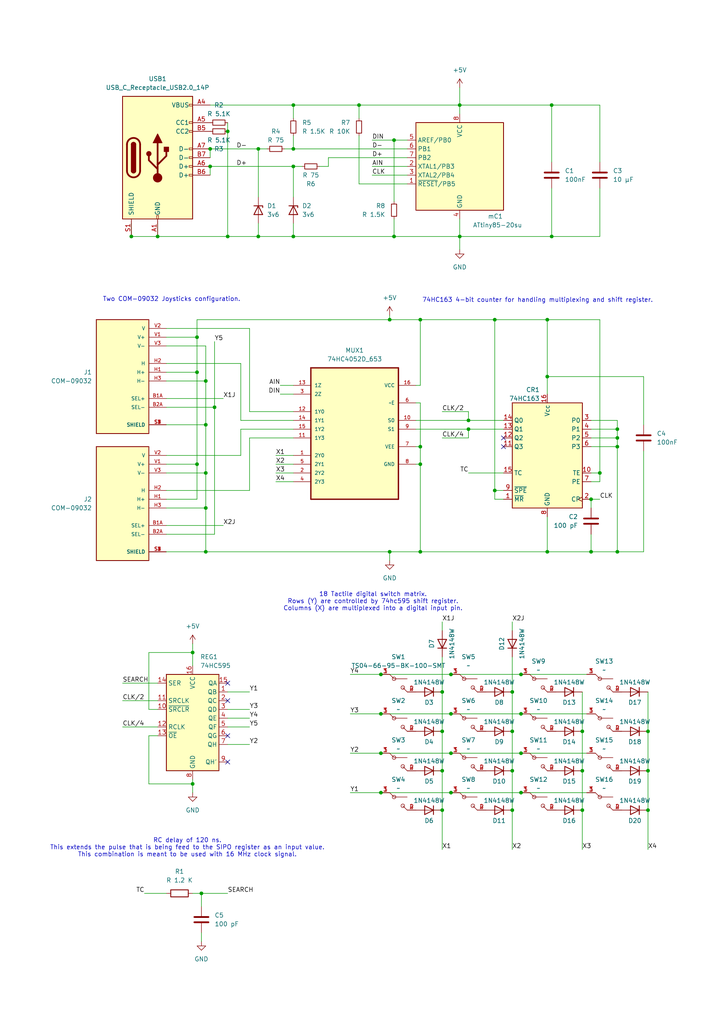
<source format=kicad_sch>
(kicad_sch (version 20231120) (generator "eeschema") (generator_version "8.0")
  (paper "A4" portrait)
  (title_block (title "Open GamePad Controller Scheme"))
  (lib_symbols
    (symbol "74HC4052D_653_NIX:74HC4052D_653" (pin_names (offset 1.016))
      (property "Reference" "U" (at -5.3667 17.8803 0))
      (property "Value" "74HC4052D_653" (at -4.3439 -27.359 0))
      (symbol "74HC4052D_653_0_0"
        (pin bidirectional line (at 17.78 -10.16 180) (length 5.08) (name "2Y0") (number "1"))
        (pin input line (at -17.78 0 0) (length 5.08) (name "S0") (number "10"))
        (pin bidirectional line (at 17.78 -5.08 180) (length 5.08) (name "1Y3") (number "11"))
        (pin bidirectional line (at 17.78 2.54 180) (length 5.08) (name "1Y0") (number "12"))
        (pin bidirectional line (at 17.78 10.16 180) (length 5.08) (name "1Z") (number "13"))
        (pin bidirectional line (at 17.78 0 180) (length 5.08) (name "1Y1") (number "14"))
        (pin bidirectional line (at 17.78 -2.54 180) (length 5.08) (name "1Y2") (number "15"))
        (pin power_in line (at -17.78 10.16 0) (length 5.08) (name "VCC") (number "16"))
        (pin bidirectional line (at 17.78 -15.24 180) (length 5.08) (name "2Y2") (number "2"))
        (pin bidirectional line (at 17.78 7.62 180) (length 5.08) (name "2Z") (number "3"))
        (pin bidirectional line (at 17.78 -17.78 180) (length 5.08) (name "2Y3") (number "4"))
        (pin bidirectional line (at 17.78 -12.7 180) (length 5.08) (name "2Y1") (number "5"))
        (pin input line (at -17.78 5.08 0) (length 5.08) (name "~E") (number "6"))
        (pin power_in line (at -17.78 -7.62 0) (length 5.08) (name "VEE") (number "7"))
        (pin passive line (at -17.78 -12.7 0) (length 5.08) (name "GND") (number "8"))
        (pin input line (at -17.78 -2.54 0) (length 5.08) (name "S1") (number "9"))
      )
    )
    (symbol "74xx:74HC595"
      (property "Reference" "U" (at -7.62 13.97 0))
      (property "Value" "74HC595" (at -7.62 -16.51 0))
      (symbol "74HC595_1_0"
        (pin tri_state line (at 10.16 7.62 180) (length 2.54) (name "QB") (number "1"))
        (pin input line (at -10.16 2.54 0) (length 2.54) (name "~{SRCLR}") (number "10"))
        (pin input line (at -10.16 5.08 0) (length 2.54) (name "SRCLK") (number "11"))
        (pin input line (at -10.16 -2.54 0) (length 2.54) (name "RCLK") (number "12"))
        (pin input line (at -10.16 -5.08 0) (length 2.54) (name "~{OE}") (number "13"))
        (pin input line (at -10.16 10.16 0) (length 2.54) (name "SER") (number "14"))
        (pin tri_state line (at 10.16 10.16 180) (length 2.54) (name "QA") (number "15"))
        (pin power_in line (at 0 15.24 270) (length 2.54) (name "VCC") (number "16"))
        (pin tri_state line (at 10.16 5.08 180) (length 2.54) (name "QC") (number "2"))
        (pin tri_state line (at 10.16 2.54 180) (length 2.54) (name "QD") (number "3"))
        (pin tri_state line (at 10.16 0 180) (length 2.54) (name "QE") (number "4"))
        (pin tri_state line (at 10.16 -2.54 180) (length 2.54) (name "QF") (number "5"))
        (pin tri_state line (at 10.16 -5.08 180) (length 2.54) (name "QG") (number "6"))
        (pin tri_state line (at 10.16 -7.62 180) (length 2.54) (name "QH") (number "7"))
        (pin power_in line (at 0 -17.78 90) (length 2.54) (name "GND") (number "8"))
        (pin output line (at 10.16 -12.7 180) (length 2.54) (name "QH'") (number "9"))
      )
    )
    (symbol "COM-09032:COM-09032" (pin_names (offset 1.016))
      (property "Reference" "U" (at -7.62 16.002 0))
      (property "Value" "COM-09032" (at -7.62 -20.32 0))
      (symbol "COM-09032_0_0"
        (pin passive line (at -12.7 -7.62 0) (length 5.08) (name "SEL+") (number "B1A"))
        (pin passive line (at -12.7 -10.16 0) (length 5.08) (name "SEL-") (number "B2A"))
        (pin passive line (at -12.7 0 0) (length 5.08) (name "H+") (number "H1"))
        (pin passive line (at -12.7 2.54 0) (length 5.08) (name "H") (number "H2"))
        (pin passive line (at -12.7 -2.54 0) (length 5.08) (name "H-") (number "H3"))
        (pin passive line (at -12.7 -15.24 0) (length 5.08) (name "SHIELD") (number "S1"))
        (pin passive line (at -12.7 -15.24 0) (length 5.08) (name "SHIELD") (number "S2"))
        (pin passive line (at -12.7 -15.24 0) (length 5.08) (name "SHIELD") (number "S3"))
        (pin passive line (at -12.7 -15.24 0) (length 5.08) (name "SHIELD") (number "S4"))
        (pin passive line (at -12.7 10.16 0) (length 5.08) (name "V+") (number "V1"))
        (pin passive line (at -12.7 12.7 0) (length 5.08) (name "V") (number "V2"))
        (pin passive line (at -12.7 7.62 0) (length 5.08) (name "V-") (number "V3"))
      )
    )
    (symbol "Connector:USB_C_Receptacle_USB2.0_14P" (pin_names (offset 1.016))
      (property "Reference" "J" (at 0 22.225 0))
      (property "Value" "USB_C_Receptacle_USB2.0_14P" (at 0 19.685 0))
      (symbol "USB_C_Receptacle_USB2.0_14P_1_1"
        (pin passive line (at 0 -22.86 90) (length 5.08) (name "GND") (number "A1"))
        (pin passive line (at 0 -22.86 90) (length 5.08) hide (name "GND") (number "A12"))
        (pin passive line (at 15.24 15.24 180) (length 5.08) (name "VBUS") (number "A4"))
        (pin bidirectional line (at 15.24 10.16 180) (length 5.08) (name "CC1") (number "A5"))
        (pin bidirectional line (at 15.24 -2.54 180) (length 5.08) (name "D+") (number "A6"))
        (pin bidirectional line (at 15.24 2.54 180) (length 5.08) (name "D-") (number "A7"))
        (pin passive line (at 15.24 15.24 180) (length 5.08) hide (name "VBUS") (number "A9"))
        (pin passive line (at 0 -22.86 90) (length 5.08) hide (name "GND") (number "B1"))
        (pin passive line (at 0 -22.86 90) (length 5.08) hide (name "GND") (number "B12"))
        (pin passive line (at 15.24 15.24 180) (length 5.08) hide (name "VBUS") (number "B4"))
        (pin bidirectional line (at 15.24 7.62 180) (length 5.08) (name "CC2") (number "B5"))
        (pin bidirectional line (at 15.24 -5.08 180) (length 5.08) (name "D+") (number "B6"))
        (pin bidirectional line (at 15.24 0 180) (length 5.08) (name "D-") (number "B7"))
        (pin passive line (at 15.24 15.24 180) (length 5.08) hide (name "VBUS") (number "B9"))
        (pin passive line (at -7.62 -22.86 90) (length 5.08) (name "SHIELD") (number "S1"))
      )
    )
    (symbol "Device:C" (pin_numbers hide) (pin_names (offset 0.254))
      (property "Reference" "C" (at 0.635 2.54 0))
      (property "Value" "C" (at 0.635 -2.54 0))
      (symbol "C_1_1"
        (pin passive line (at 0 3.81 270) (length 2.794) (name "~") (number "1"))
        (pin passive line (at 0 -3.81 90) (length 2.794) (name "~") (number "2"))
      )
    )
    (symbol "Device:R" (pin_numbers hide) (pin_names (offset 0))
      (property "Reference" "R" (at 2.032 0 90))
      (property "Value" "R" (at 0 0 90))
      (symbol "R_1_1"
        (pin passive line (at 0 3.81 270) (length 1.27) (name "~") (number "1"))
        (pin passive line (at 0 -3.81 90) (length 1.27) (name "~") (number "2"))
      )
    )
    (symbol "Device:R_Small" (pin_numbers hide) (pin_names (offset 0.254) hide)
      (property "Reference" "R" (at 0.762 0.508 0))
      (property "Value" "R_Small" (at 0.762 -1.016 0))
      (symbol "R_Small_1_1"
        (pin passive line (at 0 2.54 270) (length 0.762) (name "~") (number "1"))
        (pin passive line (at 0 -2.54 90) (length 0.762) (name "~") (number "2"))
      )
    )
    (symbol "Diode:1N4148W" (pin_numbers hide) (pin_names hide)
      (property "Reference" "D" (at 0 2.54 0))
      (property "Value" "1N4148W" (at 0 -2.54 0))
      (symbol "1N4148W_1_1"
        (pin passive line (at -3.81 0 0) (length 2.54) (name "K") (number "1"))
        (pin passive line (at 3.81 0 180) (length 2.54) (name "A") (number "2"))
      )
    )
    (symbol "Diode:BZV55B3V6" (pin_numbers hide) (pin_names hide)
      (property "Reference" "D" (at 0 2.54 0))
      (property "Value" "BZV55B3V6" (at 0 -2.54 0))
      (symbol "BZV55B3V6_1_1"
        (pin passive line (at -3.81 0 0) (length 2.54) (name "K") (number "1"))
        (pin passive line (at 3.81 0 180) (length 2.54) (name "A") (number "2"))
      )
    )
    (symbol "MCU_Microchip_ATtiny:ATtiny85V-10S"
      (property "Reference" "U" (at -12.7 13.97 0))
      (property "Value" "ATtiny85V-10S" (at 2.54 -13.97 0))
      (symbol "ATtiny85V-10S_1_1"
        (pin bidirectional line (at 15.24 -5.08 180) (length 2.54) (name "~{RESET}/PB5") (number "1"))
        (pin bidirectional line (at 15.24 0 180) (length 2.54) (name "XTAL1/PB3") (number "2"))
        (pin bidirectional line (at 15.24 -2.54 180) (length 2.54) (name "XTAL2/PB4") (number "3"))
        (pin power_in line (at 0 -15.24 90) (length 2.54) (name "GND") (number "4"))
        (pin bidirectional line (at 15.24 7.62 180) (length 2.54) (name "AREF/PB0") (number "5"))
        (pin bidirectional line (at 15.24 5.08 180) (length 2.54) (name "PB1") (number "6"))
        (pin bidirectional line (at 15.24 2.54 180) (length 2.54) (name "PB2") (number "7"))
        (pin power_in line (at 0 15.24 270) (length 2.54) (name "VCC") (number "8"))
      )
    )
    (symbol "SW_SPST_45_DEG_1" (pin_names (offset 0) hide)
      (property "Reference" "SW1" (at 0 7.62 0))
      (property "Value" "TS04-66-95-BK-100-SMT" (at 0 5.08 0))
      (symbol "SW_SPST_45_DEG_1_1_1"
        (pin passive line (at -5.08 2.54 0) (length 2.54) (name "A") (number "1"))
        (pin passive line (at 5.08 -2.54 180) (length 2.54) (name "A") (number "2"))
        (pin passive line (at -5.08 2.54 0) (length 2.54) (name "B") (number "3"))
        (pin passive line (at 5.08 -2.54 180) (length 2.54) (name "B") (number "4"))
      )
    )
    (symbol "SW_SPST_45_DEG_2" (pin_names (offset 0) hide)
      (property "Reference" "SW1" (at 0 7.62 0))
      (property "Value" "TS04-66-95-BK-100-SMT" (at 0 5.08 0))
      (symbol "SW_SPST_45_DEG_2_1_1"
        (pin passive line (at -5.08 2.54 0) (length 2.54) (name "A") (number "1"))
        (pin passive line (at 5.08 -2.54 180) (length 2.54) (name "A") (number "2"))
        (pin passive line (at -5.08 2.54 0) (length 2.54) (name "B") (number "3"))
        (pin passive line (at 5.08 -2.54 180) (length 2.54) (name "B") (number "4"))
      )
    )
    (symbol "custom:74HC163"
      (property "Reference" "CR" (at -3.556 20.574 0))
      (symbol "74HC163_1_1"
        (pin input line (at 12.7 -12.7 180) (length 2.54) (name "~{MR}") (number "1"))
        (pin input line (at -12.7 -5.08 0) (length 2.54) (name "TE") (number "10"))
        (pin output line (at 12.7 2.54 180) (length 2.54) (name "Q3") (number "11"))
        (pin output line (at 12.7 5.08 180) (length 2.54) (name "Q2") (number "12"))
        (pin output line (at 12.7 7.62 180) (length 2.54) (name "Q1") (number "13"))
        (pin output line (at 12.7 10.16 180) (length 2.54) (name "Q0") (number "14"))
        (pin input line (at 12.7 -5.08 180) (length 2.54) (name "TC") (number "15"))
        (pin power_in line (at 0 17.78 270) (length 2.54) (name "Vcc") (number "16"))
        (pin input clock (at -12.7 -12.7 0) (length 2.54) (name "CP") (number "2"))
        (pin input line (at -12.7 10.16 0) (length 2.54) (name "P0") (number "3"))
        (pin input line (at -12.7 7.62 0) (length 2.54) (name "P1") (number "4"))
        (pin input line (at -12.7 5.08 0) (length 2.54) (name "P2") (number "5"))
        (pin input line (at -12.7 2.54 0) (length 2.54) (name "P3") (number "6"))
        (pin input line (at -12.7 -7.62 0) (length 2.54) (name "PE") (number "7"))
        (pin power_in line (at 0 -17.78 90) (length 2.54) (name "GND") (number "8"))
        (pin input line (at 12.7 -10.16 180) (length 2.54) (name "~{SPE}") (number "9"))
      )
    )
    (symbol "custom:SW_SPST_45_DEG" (pin_names (offset 0) hide)
      (property "Reference" "SW1" (at 0 7.62 0))
      (property "Value" "TS04-66-95-BK-100-SMT" (at 0 5.08 0))
      (symbol "SW_SPST_45_DEG_1_1"
        (pin passive line (at -5.08 2.54 0) (length 2.54) (name "A") (number "1"))
        (pin passive line (at 5.08 -2.54 180) (length 2.54) (name "A") (number "2"))
        (pin passive line (at -5.08 2.54 0) (length 2.54) (name "B") (number "3"))
        (pin passive line (at 5.08 -2.54 180) (length 2.54) (name "B") (number "4"))
      )
    )
    (symbol "power:+5V" (power) (pin_numbers hide) (pin_names (offset 0) hide)
      (property "Value" "+5V" (at 0 3.556 0))
      (symbol "+5V_1_1"
        (pin power_in line (at 0 0 90) (length 0) (name "~") (number "1"))
      )
    )
    (symbol "power:GND" (power) (pin_numbers hide) (pin_names (offset 0) hide)
      (property "Value" "GND" (at 0 -3.81 0))
      (symbol "GND_1_1"
        (pin power_in line (at 0 0 270) (length 0) (name "~") (number "1"))
      )
    )
  )
  (junction (at 151.13 195.58))
  (junction (at 121.92 134.62))
  (junction (at 151.13 218.44))
  (junction (at 38.1 68.58))
  (junction (at 59.69 147.32))
  (junction (at 85.09 48.26))
  (junction (at 187.96 234.95))
  (junction (at 114.3 40.64))
  (junction (at 110.49 207.01))
  (junction (at 110.49 218.44))
  (junction (at 55.88 227.33))
  (junction (at 66.04 68.58))
  (junction (at 143.51 92.71))
  (junction (at 168.91 223.52))
  (junction (at 113.03 92.71))
  (junction (at 133.35 68.58))
  (junction (at 158.75 109.22))
  (junction (at 179.07 127))
  (junction (at 128.27 212.09))
  (junction (at 130.81 229.87))
  (junction (at 85.09 43.18))
  (junction (at 121.92 92.71))
  (junction (at 151.13 229.87))
  (junction (at 104.14 30.48))
  (junction (at 133.35 30.48))
  (junction (at 171.45 144.78))
  (junction (at 121.92 129.54))
  (junction (at 110.49 195.58))
  (junction (at 160.02 30.48))
  (junction (at 151.13 207.01))
  (junction (at 57.15 134.62))
  (junction (at 179.07 129.54))
  (junction (at 57.15 97.79))
  (junction (at 160.02 68.58))
  (junction (at 168.91 212.09))
  (junction (at 128.27 223.52))
  (junction (at 59.69 137.16))
  (junction (at 135.89 121.92))
  (junction (at 45.72 68.58))
  (junction (at 57.15 107.95))
  (junction (at 179.07 160.02))
  (junction (at 187.96 212.09))
  (junction (at 171.45 160.02))
  (junction (at 173.99 137.16))
  (junction (at 85.09 30.48))
  (junction (at 60.96 43.18))
  (junction (at 60.96 48.26))
  (junction (at 55.88 189.23))
  (junction (at 135.89 124.46))
  (junction (at 110.49 229.87))
  (junction (at 59.69 160.02))
  (junction (at 130.81 195.58))
  (junction (at 128.27 234.95))
  (junction (at 66.04 38.1))
  (junction (at 158.75 92.71))
  (junction (at 114.3 68.58))
  (junction (at 130.81 207.01))
  (junction (at 148.59 200.66))
  (junction (at 148.59 212.09))
  (junction (at 130.81 218.44))
  (junction (at 148.59 223.52))
  (junction (at 148.59 234.95))
  (junction (at 74.93 68.58))
  (junction (at 58.42 259.08))
  (junction (at 85.09 68.58))
  (junction (at 121.92 160.02))
  (junction (at 59.69 123.19))
  (junction (at 179.07 124.46))
  (junction (at 59.69 110.49))
  (junction (at 158.75 160.02))
  (junction (at 128.27 200.66))
  (junction (at 187.96 223.52))
  (junction (at 62.23 118.11))
  (junction (at 113.03 160.02))
  (junction (at 168.91 234.95))
  (junction (at 74.93 43.18))
  (junction (at 143.51 142.24))
  (no_connect (at 66.04 198.12))
  (no_connect (at 146.05 127))
  (no_connect (at 146.05 129.54))
  (no_connect (at 66.04 203.2))
  (no_connect (at 66.04 213.36))
  (no_connect (at 66.04 220.98))
  (wire (pts (xy 74.93 43.18) (xy 74.93 57.15)))
  (wire (pts (xy 101.6 229.87) (xy 110.49 229.87)))
  (wire (pts (xy 151.13 218.44) (xy 170.18 218.44)))
  (wire (pts (xy 43.18 213.36) (xy 43.18 227.33)))
  (wire (pts (xy 60.96 43.18) (xy 60.96 45.72)))
  (wire (pts (xy 135.89 137.16) (xy 146.05 137.16)))
  (wire (pts (xy 85.09 68.58) (xy 114.3 68.58)))
  (wire (pts (xy 85.09 111.76) (xy 81.28 111.76)))
  (wire (pts (xy 48.26 118.11) (xy 62.23 118.11)))
  (wire (pts (xy 151.13 207.01) (xy 170.18 207.01)))
  (wire (pts (xy 107.95 40.64) (xy 114.3 40.64)))
  (wire (pts (xy 59.69 147.32) (xy 59.69 137.16)))
  (wire (pts (xy 130.81 207.01) (xy 151.13 207.01)))
  (wire (pts (xy 160.02 30.48) (xy 173.99 30.48)))
  (wire (pts (xy 121.92 134.62) (xy 120.65 134.62)))
  (wire (pts (xy 158.75 92.71) (xy 143.51 92.71)))
  (wire (pts (xy 128.27 119.38) (xy 135.89 119.38)))
  (wire (pts (xy 59.69 100.33) (xy 48.26 100.33)))
  (wire (pts (xy 148.59 190.5) (xy 148.59 200.66)))
  (wire (pts (xy 43.18 189.23) (xy 55.88 189.23)))
  (wire (pts (xy 148.59 223.52) (xy 148.59 234.95)))
  (wire (pts (xy 38.1 68.58) (xy 45.72 68.58)))
  (wire (pts (xy 69.85 124.46) (xy 85.09 124.46)))
  (wire (pts (xy 151.13 195.58) (xy 170.18 195.58)))
  (wire (pts (xy 66.04 215.9) (xy 72.39 215.9)))
  (wire (pts (xy 85.09 114.3) (xy 81.28 114.3)))
  (wire (pts (xy 66.04 68.58) (xy 74.93 68.58)))
  (wire (pts (xy 95.25 45.72) (xy 118.11 45.72)))
  (wire (pts (xy 85.09 64.77) (xy 85.09 68.58)))
  (wire (pts (xy 72.39 119.38) (xy 85.09 119.38)))
  (wire (pts (xy 110.49 207.01) (xy 130.81 207.01)))
  (wire (pts (xy 104.14 30.48) (xy 133.35 30.48)))
  (wire (pts (xy 48.26 95.25) (xy 72.39 95.25)))
  (wire (pts (xy 107.95 50.8) (xy 118.11 50.8)))
  (wire (pts (xy 110.49 218.44) (xy 130.81 218.44)))
  (wire (pts (xy 171.45 127) (xy 179.07 127)))
  (wire (pts (xy 48.26 115.57) (xy 64.77 115.57)))
  (wire (pts (xy 35.56 198.12) (xy 45.72 198.12)))
  (wire (pts (xy 125.73 223.52) (xy 128.27 223.52)))
  (wire (pts (xy 66.04 35.56) (xy 66.04 38.1)))
  (wire (pts (xy 59.69 137.16) (xy 59.69 123.19)))
  (wire (pts (xy 143.51 144.78) (xy 146.05 144.78)))
  (wire (pts (xy 168.91 200.66) (xy 168.91 212.09)))
  (wire (pts (xy 69.85 105.41) (xy 69.85 121.92)))
  (wire (pts (xy 38.1 64.77) (xy 38.1 68.58)))
  (wire (pts (xy 62.23 154.94) (xy 48.26 154.94)))
  (wire (pts (xy 80.01 132.08) (xy 85.09 132.08)))
  (wire (pts (xy 179.07 124.46) (xy 179.07 121.92)))
  (wire (pts (xy 114.3 63.5) (xy 114.3 68.58)))
  (wire (pts (xy 60.96 30.48) (xy 85.09 30.48)))
  (wire (pts (xy 72.39 95.25) (xy 72.39 119.38)))
  (wire (pts (xy 113.03 92.71) (xy 121.92 92.71)))
  (wire (pts (xy 48.26 97.79) (xy 57.15 97.79)))
  (wire (pts (xy 121.92 160.02) (xy 158.75 160.02)))
  (wire (pts (xy 55.88 189.23) (xy 55.88 193.04)))
  (wire (pts (xy 66.04 200.66) (xy 72.39 200.66)))
  (wire (pts (xy 148.59 234.95) (xy 148.59 246.38)))
  (wire (pts (xy 59.69 110.49) (xy 59.69 100.33)))
  (wire (pts (xy 85.09 30.48) (xy 104.14 30.48)))
  (wire (pts (xy 48.26 123.19) (xy 59.69 123.19)))
  (wire (pts (xy 171.45 137.16) (xy 173.99 137.16)))
  (wire (pts (xy 35.56 203.2) (xy 45.72 203.2)))
  (wire (pts (xy 135.89 121.92) (xy 146.05 121.92)))
  (wire (pts (xy 43.18 227.33) (xy 55.88 227.33)))
  (wire (pts (xy 66.04 259.08) (xy 58.42 259.08)))
  (wire (pts (xy 173.99 92.71) (xy 158.75 92.71)))
  (wire (pts (xy 113.03 91.44) (xy 113.03 92.71)))
  (wire (pts (xy 160.02 30.48) (xy 133.35 30.48)))
  (wire (pts (xy 135.89 127) (xy 135.89 124.46)))
  (wire (pts (xy 125.73 234.95) (xy 128.27 234.95)))
  (wire (pts (xy 120.65 116.84) (xy 121.92 116.84)))
  (wire (pts (xy 35.56 210.82) (xy 45.72 210.82)))
  (wire (pts (xy 85.09 43.18) (xy 82.55 43.18)))
  (wire (pts (xy 43.18 213.36) (xy 45.72 213.36)))
  (wire (pts (xy 104.14 39.37) (xy 104.14 53.34)))
  (wire (pts (xy 72.39 127) (xy 85.09 127)))
  (wire (pts (xy 120.65 111.76) (xy 121.92 111.76)))
  (wire (pts (xy 133.35 68.58) (xy 133.35 72.39)))
  (wire (pts (xy 171.45 160.02) (xy 179.07 160.02)))
  (wire (pts (xy 128.27 200.66) (xy 128.27 212.09)))
  (wire (pts (xy 128.27 190.5) (xy 128.27 200.66)))
  (wire (pts (xy 128.27 212.09) (xy 128.27 223.52)))
  (wire (pts (xy 187.96 200.66) (xy 187.96 212.09)))
  (wire (pts (xy 143.51 142.24) (xy 143.51 144.78)))
  (wire (pts (xy 121.92 111.76) (xy 121.92 92.71)))
  (wire (pts (xy 85.09 48.26) (xy 87.63 48.26)))
  (wire (pts (xy 48.26 105.41) (xy 69.85 105.41)))
  (wire (pts (xy 130.81 218.44) (xy 151.13 218.44)))
  (wire (pts (xy 48.26 259.08) (xy 41.91 259.08)))
  (wire (pts (xy 80.01 137.16) (xy 85.09 137.16)))
  (wire (pts (xy 168.91 234.95) (xy 168.91 246.38)))
  (wire (pts (xy 80.01 134.62) (xy 85.09 134.62)))
  (wire (pts (xy 125.73 200.66) (xy 128.27 200.66)))
  (wire (pts (xy 59.69 123.19) (xy 59.69 110.49)))
  (wire (pts (xy 186.69 130.81) (xy 186.69 160.02)))
  (wire (pts (xy 173.99 30.48) (xy 173.99 46.99)))
  (wire (pts (xy 128.27 223.52) (xy 128.27 234.95)))
  (wire (pts (xy 66.04 205.74) (xy 72.39 205.74)))
  (wire (pts (xy 114.3 40.64) (xy 118.11 40.64)))
  (wire (pts (xy 171.45 124.46) (xy 179.07 124.46)))
  (wire (pts (xy 58.42 259.08) (xy 58.42 262.89)))
  (wire (pts (xy 128.27 180.34) (xy 128.27 182.88)))
  (wire (pts (xy 69.85 121.92) (xy 85.09 121.92)))
  (wire (pts (xy 62.23 118.11) (xy 62.23 154.94)))
  (wire (pts (xy 173.99 137.16) (xy 173.99 92.71)))
  (wire (pts (xy 160.02 46.99) (xy 160.02 30.48)))
  (wire (pts (xy 133.35 68.58) (xy 160.02 68.58)))
  (wire (pts (xy 121.92 92.71) (xy 143.51 92.71)))
  (wire (pts (xy 48.26 152.4) (xy 64.77 152.4)))
  (wire (pts (xy 85.09 30.48) (xy 85.09 34.29)))
  (wire (pts (xy 135.89 119.38) (xy 135.89 121.92)))
  (wire (pts (xy 186.69 160.02) (xy 179.07 160.02)))
  (wire (pts (xy 171.45 144.78) (xy 171.45 147.32)))
  (wire (pts (xy 101.6 218.44) (xy 110.49 218.44)))
  (wire (pts (xy 125.73 212.09) (xy 128.27 212.09)))
  (wire (pts (xy 55.88 229.87) (xy 55.88 227.33)))
  (wire (pts (xy 187.96 212.09) (xy 187.96 223.52)))
  (wire (pts (xy 58.42 259.08) (xy 55.88 259.08)))
  (wire (pts (xy 60.96 48.26) (xy 60.96 50.8)))
  (wire (pts (xy 101.6 207.01) (xy 110.49 207.01)))
  (wire (pts (xy 72.39 142.24) (xy 72.39 127)))
  (wire (pts (xy 158.75 160.02) (xy 158.75 149.86)))
  (wire (pts (xy 186.69 109.22) (xy 158.75 109.22)))
  (wire (pts (xy 171.45 139.7) (xy 173.99 139.7)))
  (wire (pts (xy 160.02 68.58) (xy 173.99 68.58)))
  (wire (pts (xy 187.96 223.52) (xy 187.96 234.95)))
  (wire (pts (xy 62.23 99.06) (xy 62.23 118.11)))
  (wire (pts (xy 171.45 129.54) (xy 179.07 129.54)))
  (wire (pts (xy 186.69 123.19) (xy 186.69 109.22)))
  (wire (pts (xy 45.72 205.74) (xy 43.18 205.74)))
  (wire (pts (xy 168.91 223.52) (xy 168.91 234.95)))
  (wire (pts (xy 57.15 107.95) (xy 48.26 107.95)))
  (wire (pts (xy 148.59 180.34) (xy 148.59 182.88)))
  (wire (pts (xy 113.03 160.02) (xy 121.92 160.02)))
  (wire (pts (xy 187.96 234.95) (xy 187.96 246.38)))
  (wire (pts (xy 173.99 139.7) (xy 173.99 137.16)))
  (wire (pts (xy 114.3 40.64) (xy 114.3 58.42)))
  (wire (pts (xy 95.25 48.26) (xy 95.25 45.72)))
  (wire (pts (xy 146.05 142.24) (xy 143.51 142.24)))
  (wire (pts (xy 107.95 48.26) (xy 118.11 48.26)))
  (wire (pts (xy 59.69 137.16) (xy 48.26 137.16)))
  (wire (pts (xy 77.47 43.18) (xy 74.93 43.18)))
  (wire (pts (xy 45.72 64.77) (xy 45.72 68.58)))
  (wire (pts (xy 171.45 144.78) (xy 173.99 144.78)))
  (wire (pts (xy 179.07 160.02) (xy 179.07 129.54)))
  (wire (pts (xy 104.14 53.34) (xy 118.11 53.34)))
  (wire (pts (xy 43.18 205.74) (xy 43.18 189.23)))
  (wire (pts (xy 85.09 48.26) (xy 85.09 57.15)))
  (wire (pts (xy 60.96 43.18) (xy 74.93 43.18)))
  (wire (pts (xy 48.26 132.08) (xy 69.85 132.08)))
  (wire (pts (xy 143.51 142.24) (xy 143.51 92.71)))
  (wire (pts (xy 59.69 160.02) (xy 113.03 160.02)))
  (wire (pts (xy 57.15 134.62) (xy 57.15 144.78)))
  (wire (pts (xy 60.96 48.26) (xy 85.09 48.26)))
  (wire (pts (xy 130.81 229.87) (xy 151.13 229.87)))
  (wire (pts (xy 48.26 142.24) (xy 72.39 142.24)))
  (wire (pts (xy 85.09 39.37) (xy 85.09 43.18)))
  (wire (pts (xy 57.15 107.95) (xy 57.15 134.62)))
  (wire (pts (xy 179.07 129.54) (xy 179.07 127)))
  (wire (pts (xy 151.13 229.87) (xy 170.18 229.87)))
  (wire (pts (xy 130.81 195.58) (xy 151.13 195.58)))
  (wire (pts (xy 57.15 92.71) (xy 57.15 97.79)))
  (wire (pts (xy 168.91 212.09) (xy 168.91 223.52)))
  (wire (pts (xy 121.92 116.84) (xy 121.92 129.54)))
  (wire (pts (xy 66.04 208.28) (xy 72.39 208.28)))
  (wire (pts (xy 110.49 195.58) (xy 130.81 195.58)))
  (wire (pts (xy 74.93 64.77) (xy 74.93 68.58)))
  (wire (pts (xy 158.75 109.22) (xy 158.75 92.71)))
  (wire (pts (xy 110.49 229.87) (xy 130.81 229.87)))
  (wire (pts (xy 121.92 129.54) (xy 120.65 129.54)))
  (wire (pts (xy 66.04 38.1) (xy 66.04 68.58)))
  (wire (pts (xy 133.35 68.58) (xy 133.35 63.5)))
  (wire (pts (xy 66.04 210.82) (xy 72.39 210.82)))
  (wire (pts (xy 148.59 200.66) (xy 148.59 212.09)))
  (wire (pts (xy 85.09 43.18) (xy 118.11 43.18)))
  (wire (pts (xy 59.69 160.02) (xy 59.69 147.32)))
  (wire (pts (xy 171.45 154.94) (xy 171.45 160.02)))
  (wire (pts (xy 55.88 186.69) (xy 55.88 189.23)))
  (wire (pts (xy 173.99 54.61) (xy 173.99 68.58)))
  (wire (pts (xy 120.65 124.46) (xy 135.89 124.46)))
  (wire (pts (xy 92.71 48.26) (xy 95.25 48.26)))
  (wire (pts (xy 133.35 25.4) (xy 133.35 30.48)))
  (wire (pts (xy 160.02 54.61) (xy 160.02 68.58)))
  (wire (pts (xy 158.75 160.02) (xy 171.45 160.02)))
  (wire (pts (xy 104.14 30.48) (xy 104.14 34.29)))
  (wire (pts (xy 55.88 227.33) (xy 55.88 226.06)))
  (wire (pts (xy 48.26 160.02) (xy 59.69 160.02)))
  (wire (pts (xy 57.15 97.79) (xy 57.15 107.95)))
  (wire (pts (xy 57.15 134.62) (xy 48.26 134.62)))
  (wire (pts (xy 128.27 234.95) (xy 128.27 246.38)))
  (wire (pts (xy 69.85 132.08) (xy 69.85 124.46)))
  (wire (pts (xy 179.07 121.92) (xy 171.45 121.92)))
  (wire (pts (xy 148.59 212.09) (xy 148.59 223.52)))
  (wire (pts (xy 158.75 114.3) (xy 158.75 109.22)))
  (wire (pts (xy 133.35 30.48) (xy 133.35 33.02)))
  (wire (pts (xy 179.07 127) (xy 179.07 124.46)))
  (wire (pts (xy 57.15 144.78) (xy 48.26 144.78)))
  (wire (pts (xy 128.27 127) (xy 135.89 127)))
  (wire (pts (xy 57.15 92.71) (xy 113.03 92.71)))
  (wire (pts (xy 120.65 121.92) (xy 135.89 121.92)))
  (wire (pts (xy 121.92 134.62) (xy 121.92 160.02)))
  (wire (pts (xy 135.89 124.46) (xy 146.05 124.46)))
  (wire (pts (xy 121.92 129.54) (xy 121.92 134.62)))
  (wire (pts (xy 45.72 68.58) (xy 66.04 68.58)))
  (wire (pts (xy 101.6 195.58) (xy 110.49 195.58)))
  (wire (pts (xy 59.69 110.49) (xy 48.26 110.49)))
  (wire (pts (xy 113.03 162.56) (xy 113.03 160.02)))
  (wire (pts (xy 80.01 139.7) (xy 85.09 139.7)))
  (wire (pts (xy 58.42 270.51) (xy 58.42 273.05)))
  (wire (pts (xy 114.3 68.58) (xy 133.35 68.58)))
  (wire (pts (xy 74.93 68.58) (xy 85.09 68.58)))
  (wire (pts (xy 59.69 147.32) (xy 48.26 147.32)))
  (text "18 Tactile digital switch matrix.\nRows (Y) are controlled by 74hc595 shift register.\nColumns (X) are multiplexed into a digital input pin." (at 108.204 174.498 0) (effects (font (size 1.27 1.27))))
  (text "74HC163 4-bit counter for handling multiplexing and shift register." (at 155.956 87.122 0) (effects (font (size 1.27 1.27))))
  (text "RC delay of 120 ns.\nThis extends the pulse that is being feed to the SIPO register as an input value.\nThis combination is meant to be used with 16 MHz clock signal." (at 54.356 245.872 0) (effects (font (size 1.27 1.27))))
  (text "Two COM-09032 Joysticks configuration." (at 49.784 86.868 0) (effects (font (size 1.27 1.27))))
  (label "X2J" (at 64.77 152.4 0))
  (label "AIN" (at 107.95 48.26 0))
  (label "Y4" (at 101.6 195.58 0))
  (label "Y3" (at 72.39 205.74 0))
  (label "D+" (at 68.58 48.26 0))
  (label "D-" (at 68.58 43.18 0))
  (label "X1" (at 80.01 132.08 0))
  (label "X1J" (at 128.27 180.34 0))
  (label "X2J" (at 148.59 180.34 0))
  (label "Y1" (at 72.39 200.66 0))
  (label "CLK" (at 107.95 50.8 0))
  (label "TC" (at 135.89 137.16 180))
  (label "CLK{slash}4" (at 35.56 210.82 0))
  (label "X3" (at 168.91 246.38 0))
  (label "Y3" (at 101.6 207.01 0))
  (label "SEARCH" (at 35.56 198.12 0))
  (label "X3" (at 80.01 137.16 0))
  (label "X1" (at 128.27 246.38 0))
  (label "CLK{slash}2" (at 128.27 119.38 0))
  (label "Y2" (at 72.39 215.9 0))
  (label "CLK{slash}4" (at 128.27 127 0))
  (label "Y5" (at 72.39 210.82 0))
  (label "TC" (at 41.91 259.08 180))
  (label "Y1" (at 101.6 229.87 0))
  (label "D+" (at 107.95 45.72 0))
  (label "X4" (at 80.01 139.7 0))
  (label "X4" (at 187.96 246.38 0))
  (label "D-" (at 107.95 43.18 0))
  (label "X2" (at 80.01 134.62 0))
  (label "X1J" (at 64.77 115.57 0))
  (label "AIN" (at 81.28 111.76 180))
  (label "Y2" (at 101.6 218.44 0))
  (label "SEARCH" (at 66.04 259.08 0))
  (label "CLK{slash}2" (at 35.56 203.2 0))
  (label "Y5" (at 62.23 99.06 0))
  (label "Y4" (at 72.39 208.28 0))
  (label "DIN" (at 107.95 40.64 0))
  (label "DIN" (at 81.28 114.3 180))
  (label "CLK" (at 173.99 144.78 0))
  (label "X2" (at 148.59 246.38 0))
  (symbol (lib_id "Diode:1N4148W") (at 165.1 200.66 180) (unit 1)
    (property "Reference" "D13" (at 165.1 203.708 0))
    (property "Value" "1N4148W" (at 165.1 197.866 0))
    (property "Footprint" "Diode_SMD:D_SOD-123" (effects (hide yes)))
    (property "Datasheet" "https://www.vishay.com/docs/85748/1n4148w.pdf" (effects (hide yes)))
    (property "Description" "75V 0.15A Fast Switching Diode, SOD-123" (effects (hide yes)))
    (property "Sim.Device" "D" (effects (hide yes)))
    (property "Sim.Pins" "1=K 2=A" (effects (hide yes)))
  )
  (symbol (lib_id "custom:SW_SPST_45_DEG") (at 135.89 232.41 0) (unit 1)
    (property "Reference" "SW8" (at 135.89 226.06 0))
    (property "Value" "~" (at 135.89 228.6 0))
    (property "Footprint" "TS04-66-95-BK-100-SMT:SW_TS04-66-95-BK-100-SMT" (effects (hide yes)))
    (property "Description" "Single Pole Single Throw (SPST) switch 45 deg" (effects (hide yes)))
  )
  (symbol (lib_id "Device:C") (at 186.69 127 0) (unit 1)
    (property "Reference" "C4" (at 190.5 125.7299 0) (effects (justify left)))
    (property "Value" "100nF" (at 190.5 128.2699 0) (effects (justify left)))
    (property "Footprint" "Capacitor_SMD:C_0402_1005Metric" (effects (hide yes)))
    (property "Description" "Unpolarized capacitor" (effects (hide yes)))
  )
  (symbol (lib_id "MCU_Microchip_ATtiny:ATtiny85V-10S") (at 133.35 48.26 0) (mirror y) (unit 1)
    (property "Reference" "mC1" (at 141.478 62.738 0) (effects (justify right)))
    (property "Value" "ATtiny85-20su" (at 137.16 65.278 0) (effects (justify right)))
    (property "Footprint" "ATTINY85-20SU:SOIC127P798X216-8N" (effects (hide yes)))
    (property "Datasheet" "http://ww1.microchip.com/downloads/en/DeviceDoc/atmel-2586-avr-8-bit-microcontroller-attiny25-attiny45-attiny85_datasheet.pdf" (effects (hide yes)))
    (property "Description" "10MHz, 8kB Flash, 512B SRAM, 512B EEPROM, debugWIRE, SOIC-8W" (effects (hide yes)))
  )
  (symbol (lib_id "Diode:1N4148W") (at 144.78 234.95 180) (unit 1)
    (property "Reference" "D11" (at 144.78 237.998 0))
    (property "Value" "1N4148W" (at 144.78 232.156 0))
    (property "Footprint" "Diode_SMD:D_SOD-123" (effects (hide yes)))
    (property "Datasheet" "https://www.vishay.com/docs/85748/1n4148w.pdf" (effects (hide yes)))
    (property "Description" "75V 0.15A Fast Switching Diode, SOD-123" (effects (hide yes)))
    (property "Sim.Device" "D" (effects (hide yes)))
    (property "Sim.Pins" "1=K 2=A" (effects (hide yes)))
  )
  (symbol (lib_id "power:GND") (at 113.03 162.56 0) (unit 1)
    (property "Reference" "#PWR04" (effects (hide yes)))
    (property "Value" "GND" (at 113.03 167.64 0))
    (property "Description" "Power symbol creates a global label with name \"GND\" , ground" (effects (hide yes)))
  )
  (symbol (lib_id "Diode:1N4148W") (at 128.27 186.69 90) (unit 1)
    (property "Reference" "D7" (at 125.222 186.69 0))
    (property "Value" "1N4148W" (at 131.064 186.69 0))
    (property "Footprint" "Diode_SMD:D_SOD-123" (effects (hide yes)))
    (property "Datasheet" "https://www.vishay.com/docs/85748/1n4148w.pdf" (effects (hide yes)))
    (property "Description" "75V 0.15A Fast Switching Diode, SOD-123" (effects (hide yes)))
    (property "Sim.Device" "D" (effects (hide yes)))
    (property "Sim.Pins" "1=K 2=A" (effects (hide yes)))
  )
  (symbol (lib_name "SW_SPST_45_DEG_1") (lib_id "custom:SW_SPST_45_DEG") (at 115.57 198.12 0) (unit 1)
    (property "Reference" "SW1" (at 115.57 190.5 0))
    (property "Value" "TS04-66-95-BK-100-SMT" (at 115.57 193.04 0))
    (property "Footprint" "TS04-66-95-BK-100-SMT:SW_TS04-66-95-BK-100-SMT" (effects (hide yes)))
    (property "Description" "Single Pole Single Throw (SPST) switch 45 deg" (effects (hide yes)))
  )
  (symbol (lib_id "custom:SW_SPST_45_DEG") (at 156.21 232.41 0) (unit 1)
    (property "Reference" "SW12" (at 156.21 226.06 0))
    (property "Value" "~" (at 156.21 228.6 0))
    (property "Footprint" "TS04-66-95-BK-100-SMT:SW_TS04-66-95-BK-100-SMT" (effects (hide yes)))
    (property "Description" "Single Pole Single Throw (SPST) switch 45 deg" (effects (hide yes)))
  )
  (symbol (lib_id "Diode:1N4148W") (at 184.15 200.66 180) (unit 1)
    (property "Reference" "D17" (at 184.15 203.708 0))
    (property "Value" "1N4148W" (at 184.15 197.866 0))
    (property "Footprint" "Diode_SMD:D_SOD-123" (effects (hide yes)))
    (property "Datasheet" "https://www.vishay.com/docs/85748/1n4148w.pdf" (effects (hide yes)))
    (property "Description" "75V 0.15A Fast Switching Diode, SOD-123" (effects (hide yes)))
    (property "Sim.Device" "D" (effects (hide yes)))
    (property "Sim.Pins" "1=K 2=A" (effects (hide yes)))
  )
  (symbol (lib_id "74HC4052D_653_NIX:74HC4052D_653") (at 102.87 121.92 0) (mirror y) (unit 1)
    (property "Reference" "MUX1" (at 102.87 101.6 0))
    (property "Value" "74HC4052D_653" (at 102.87 104.14 0))
    (property "Footprint" "74HC4052D_653:SOIC127P600X175-16N" (effects (hide yes)))
    (property "MF" "Nexperia USA Inc." (effects (hide yes)))
    (property "Description_1" "\n2 Circuit IC Switch 4:1 150Ohm 16-SO\n" (effects (hide yes)))
    (property "PACKAGE" "SO-16" (effects (hide yes)))
    (property "MPN" "74HC4052D,653" (effects (hide yes)))
    (property "Price" "None" (effects (hide yes)))
    (property "Package" "SO-16 Nexperia" (effects (hide yes)))
    (property "OC_FARNELL" "1826642" (effects (hide yes)))
    (property "SnapEDA_Link" "https://www.snapeda.com/parts/74HC4052D,653/Nexperia/view-part/?ref=snap" (effects (hide yes)))
    (property "MP" "74HC4052D,653" (effects (hide yes)))
    (property "Purchase-URL" "https://www.snapeda.com/api/url_track_click_mouser/?unipart_id=5658161&manufacturer=Nexperia USA Inc.&part_name=74HC4052D,653&search_term=74hc4052d,653" (effects (hide yes)))
    (property "SUPPLIER" "NXP" (effects (hide yes)))
    (property "OC_NEWARK" "78R7402" (effects (hide yes)))
    (property "Availability" "In Stock" (effects (hide yes)))
    (property "Check_prices" "https://www.snapeda.com/parts/74HC4052D,653/Nexperia/view-part/?ref=eda" (effects (hide yes)))
  )
  (symbol (lib_id "Diode:1N4148W") (at 144.78 212.09 180) (unit 1)
    (property "Reference" "D9" (at 144.78 215.138 0))
    (property "Value" "1N4148W" (at 144.78 209.296 0))
    (property "Footprint" "Diode_SMD:D_SOD-123" (effects (hide yes)))
    (property "Datasheet" "https://www.vishay.com/docs/85748/1n4148w.pdf" (effects (hide yes)))
    (property "Description" "75V 0.15A Fast Switching Diode, SOD-123" (effects (hide yes)))
    (property "Sim.Device" "D" (effects (hide yes)))
    (property "Sim.Pins" "1=K 2=A" (effects (hide yes)))
  )
  (symbol (lib_id "custom:SW_SPST_45_DEG") (at 175.26 232.41 0) (unit 1)
    (property "Reference" "SW16" (at 175.26 226.06 0))
    (property "Value" "~" (at 175.26 228.6 0))
    (property "Footprint" "TS04-66-95-BK-100-SMT:SW_TS04-66-95-BK-100-SMT" (effects (hide yes)))
    (property "Description" "Single Pole Single Throw (SPST) switch 45 deg" (effects (hide yes)))
  )
  (symbol (lib_id "custom:SW_SPST_45_DEG") (at 115.57 220.98 0) (unit 1)
    (property "Reference" "SW3" (at 115.57 214.63 0))
    (property "Value" "~" (at 115.57 217.17 0))
    (property "Footprint" "TS04-66-95-BK-100-SMT:SW_TS04-66-95-BK-100-SMT" (effects (hide yes)))
    (property "Description" "Single Pole Single Throw (SPST) switch 45 deg" (effects (hide yes)))
  )
  (symbol (lib_id "custom:SW_SPST_45_DEG") (at 135.89 209.55 0) (unit 1)
    (property "Reference" "SW6" (at 135.89 203.2 0))
    (property "Value" "~" (at 135.89 205.74 0))
    (property "Footprint" "TS04-66-95-BK-100-SMT:SW_TS04-66-95-BK-100-SMT" (effects (hide yes)))
    (property "Description" "Single Pole Single Throw (SPST) switch 45 deg" (effects (hide yes)))
  )
  (symbol (lib_id "custom:SW_SPST_45_DEG") (at 156.21 198.12 0) (unit 1)
    (property "Reference" "SW9" (at 156.21 191.77 0))
    (property "Value" "~" (at 156.21 194.31 0))
    (property "Footprint" "TS04-66-95-BK-100-SMT:SW_TS04-66-95-BK-100-SMT" (effects (hide yes)))
    (property "Description" "Single Pole Single Throw (SPST) switch 45 deg" (effects (hide yes)))
  )
  (symbol (lib_id "Diode:1N4148W") (at 165.1 234.95 180) (unit 1)
    (property "Reference" "D16" (at 165.1 237.998 0))
    (property "Value" "1N4148W" (at 165.1 232.156 0))
    (property "Footprint" "Diode_SMD:D_SOD-123" (effects (hide yes)))
    (property "Datasheet" "https://www.vishay.com/docs/85748/1n4148w.pdf" (effects (hide yes)))
    (property "Description" "75V 0.15A Fast Switching Diode, SOD-123" (effects (hide yes)))
    (property "Sim.Device" "D" (effects (hide yes)))
    (property "Sim.Pins" "1=K 2=A" (effects (hide yes)))
  )
  (symbol (lib_id "custom:74HC163") (at 158.75 132.08 0) (mirror y) (unit 1)
    (property "Reference" "CR1" (at 156.5559 113.03 0) (effects (justify left)))
    (property "Value" "74HC163" (at 156.5559 115.57 0) (effects (justify left)))
    (property "Footprint" "SN74HC163DR:SOIC127P600X175-16N" (effects (hide yes)))
    (property "Description" "74HC161/74HCT161/74HC163/74HCT163 High-Speed CMOS Logic Presettable Counter" (effects (hide yes)))
  )
  (symbol (lib_id "Diode:BZV55B3V6") (at 85.09 60.96 270) (unit 1)
    (property "Reference" "D2" (at 87.63 59.6899 90) (effects (justify left)))
    (property "Value" "3v6" (at 87.63 62.2299 90) (effects (justify left)))
    (property "Footprint" "Diode_SMD:D_0603_1608Metric" (effects (hide yes)))
    (property "Datasheet" "https://assets.nexperia.com/documents/data-sheet/BZV55_SER.pdf" (effects (hide yes)))
    (property "Description" "3.6V, 500mW, 2%, Zener diode, MiniMELF" (effects (hide yes)))
  )
  (symbol (lib_id "custom:SW_SPST_45_DEG") (at 156.21 209.55 0) (unit 1)
    (property "Reference" "SW10" (at 156.21 203.2 0))
    (property "Value" "~" (at 156.21 205.74 0))
    (property "Footprint" "TS04-66-95-BK-100-SMT:SW_TS04-66-95-BK-100-SMT" (effects (hide yes)))
    (property "Description" "Single Pole Single Throw (SPST) switch 45 deg" (effects (hide yes)))
  )
  (symbol (lib_id "custom:SW_SPST_45_DEG") (at 175.26 198.12 0) (unit 1)
    (property "Reference" "SW13" (at 175.26 191.77 0))
    (property "Value" "~" (at 175.26 194.31 0))
    (property "Footprint" "TS04-66-95-BK-100-SMT:SW_TS04-66-95-BK-100-SMT" (effects (hide yes)))
    (property "Description" "Single Pole Single Throw (SPST) switch 45 deg" (effects (hide yes)))
  )
  (symbol (lib_id "Device:R_Small") (at 80.01 43.18 270) (unit 1)
    (property "Reference" "R4" (at 80.01 38.1 90))
    (property "Value" "R 75" (at 80.01 40.64 90))
    (property "Footprint" "Resistor_SMD:R_0201_0603Metric" (effects (hide yes)))
    (property "Description" "Resistor, small symbol" (effects (hide yes)))
  )
  (symbol (lib_id "Device:R_Small") (at 104.14 36.83 0) (mirror x) (unit 1)
    (property "Reference" "R7" (at 101.6 35.5599 0) (effects (justify right)))
    (property "Value" "R 10K" (at 101.6 38.0999 0) (effects (justify right)))
    (property "Footprint" "Resistor_SMD:R_0402_1005Metric" (effects (hide yes)))
    (property "Description" "Resistor, small symbol" (effects (hide yes)))
  )
  (symbol (lib_id "Diode:1N4148W") (at 165.1 223.52 180) (unit 1)
    (property "Reference" "D15" (at 165.1 226.568 0))
    (property "Value" "1N4148W" (at 165.1 220.726 0))
    (property "Footprint" "Diode_SMD:D_SOD-123" (effects (hide yes)))
    (property "Datasheet" "https://www.vishay.com/docs/85748/1n4148w.pdf" (effects (hide yes)))
    (property "Description" "75V 0.15A Fast Switching Diode, SOD-123" (effects (hide yes)))
    (property "Sim.Device" "D" (effects (hide yes)))
    (property "Sim.Pins" "1=K 2=A" (effects (hide yes)))
  )
  (symbol (lib_id "power:+5V") (at 55.88 186.69 0) (unit 1)
    (property "Reference" "#PWR01" (effects (hide yes)))
    (property "Value" "+5V" (at 55.88 181.61 0))
    (property "Description" "Power symbol creates a global label with name \"+5V\"" (effects (hide yes)))
  )
  (symbol (lib_id "Diode:1N4148W") (at 184.15 234.95 180) (unit 1)
    (property "Reference" "D20" (at 184.15 237.998 0))
    (property "Value" "1N4148W" (at 184.15 232.156 0))
    (property "Footprint" "Diode_SMD:D_SOD-123" (effects (hide yes)))
    (property "Datasheet" "https://www.vishay.com/docs/85748/1n4148w.pdf" (effects (hide yes)))
    (property "Description" "75V 0.15A Fast Switching Diode, SOD-123" (effects (hide yes)))
    (property "Sim.Device" "D" (effects (hide yes)))
    (property "Sim.Pins" "1=K 2=A" (effects (hide yes)))
  )
  (symbol (lib_id "Diode:1N4148W") (at 144.78 223.52 180) (unit 1)
    (property "Reference" "D10" (at 144.78 226.568 0))
    (property "Value" "1N4148W" (at 144.78 220.726 0))
    (property "Footprint" "Diode_SMD:D_SOD-123" (effects (hide yes)))
    (property "Datasheet" "https://www.vishay.com/docs/85748/1n4148w.pdf" (effects (hide yes)))
    (property "Description" "75V 0.15A Fast Switching Diode, SOD-123" (effects (hide yes)))
    (property "Sim.Device" "D" (effects (hide yes)))
    (property "Sim.Pins" "1=K 2=A" (effects (hide yes)))
  )
  (symbol (lib_id "Diode:1N4148W") (at 184.15 223.52 180) (unit 1)
    (property "Reference" "D19" (at 184.15 226.568 0))
    (property "Value" "1N4148W" (at 184.15 220.726 0))
    (property "Footprint" "Diode_SMD:D_SOD-123" (effects (hide yes)))
    (property "Datasheet" "https://www.vishay.com/docs/85748/1n4148w.pdf" (effects (hide yes)))
    (property "Description" "75V 0.15A Fast Switching Diode, SOD-123" (effects (hide yes)))
    (property "Sim.Device" "D" (effects (hide yes)))
    (property "Sim.Pins" "1=K 2=A" (effects (hide yes)))
  )
  (symbol (lib_id "custom:SW_SPST_45_DEG") (at 115.57 209.55 0) (unit 1)
    (property "Reference" "SW2" (at 115.57 203.2 0))
    (property "Value" "~" (at 115.57 205.74 0))
    (property "Footprint" "TS04-66-95-BK-100-SMT:SW_TS04-66-95-BK-100-SMT" (effects (hide yes)))
    (property "Description" "Single Pole Single Throw (SPST) switch 45 deg" (effects (hide yes)))
  )
  (symbol (lib_id "Device:R") (at 52.07 259.08 90) (mirror x) (unit 1)
    (property "Reference" "R1" (at 52.07 252.73 90))
    (property "Value" "R 1.2 K" (at 52.07 255.27 90))
    (property "Footprint" "Resistor_SMD:R_0201_0603Metric" (effects (hide yes)))
    (property "Description" "Resistor" (effects (hide yes)))
  )
  (symbol (lib_id "Diode:1N4148W") (at 184.15 212.09 180) (unit 1)
    (property "Reference" "D18" (at 184.15 215.138 0))
    (property "Value" "1N4148W" (at 184.15 209.296 0))
    (property "Footprint" "Diode_SMD:D_SOD-123" (effects (hide yes)))
    (property "Datasheet" "https://www.vishay.com/docs/85748/1n4148w.pdf" (effects (hide yes)))
    (property "Description" "75V 0.15A Fast Switching Diode, SOD-123" (effects (hide yes)))
    (property "Sim.Device" "D" (effects (hide yes)))
    (property "Sim.Pins" "1=K 2=A" (effects (hide yes)))
  )
  (symbol (lib_id "Diode:1N4148W") (at 165.1 212.09 180) (unit 1)
    (property "Reference" "D14" (at 165.1 215.138 0))
    (property "Value" "1N4148W" (at 165.1 209.296 0))
    (property "Footprint" "Diode_SMD:D_SOD-123" (effects (hide yes)))
    (property "Datasheet" "https://www.vishay.com/docs/85748/1n4148w.pdf" (effects (hide yes)))
    (property "Description" "75V 0.15A Fast Switching Diode, SOD-123" (effects (hide yes)))
    (property "Sim.Device" "D" (effects (hide yes)))
    (property "Sim.Pins" "1=K 2=A" (effects (hide yes)))
  )
  (symbol (lib_id "power:GND") (at 133.35 72.39 0) (unit 1)
    (property "Reference" "#PWR06" (effects (hide yes)))
    (property "Value" "GND" (at 133.35 77.47 0))
    (property "Description" "Power symbol creates a global label with name \"GND\" , ground" (effects (hide yes)))
  )
  (symbol (lib_id "power:GND") (at 55.88 229.87 0) (unit 1)
    (property "Reference" "#PWR02" (effects (hide yes)))
    (property "Value" "GND" (at 55.88 234.95 0))
    (property "Description" "Power symbol creates a global label with name \"GND\" , ground" (effects (hide yes)))
  )
  (symbol (lib_id "custom:SW_SPST_45_DEG") (at 175.26 209.55 0) (unit 1)
    (property "Reference" "SW14" (at 175.26 203.2 0))
    (property "Value" "~" (at 175.26 205.74 0))
    (property "Footprint" "TS04-66-95-BK-100-SMT:SW_TS04-66-95-BK-100-SMT" (effects (hide yes)))
    (property "Description" "Single Pole Single Throw (SPST) switch 45 deg" (effects (hide yes)))
  )
  (symbol (lib_id "74xx:74HC595") (at 55.88 208.28 0) (unit 1)
    (property "Reference" "REG1" (at 58.0741 190.5 0) (effects (justify left)))
    (property "Value" "74HC595" (at 58.0741 193.04 0) (effects (justify left)))
    (property "Footprint" "74HC595DR:SOIC127P600X175-16N" (effects (hide yes)))
    (property "Datasheet" "http://www.ti.com/lit/ds/symlink/sn74hc595.pdf" (effects (hide yes)))
    (property "Description" "8-bit serial in/out Shift Register 3-State Outputs" (effects (hide yes)))
  )
  (symbol (lib_id "custom:SW_SPST_45_DEG") (at 135.89 220.98 0) (unit 1)
    (property "Reference" "SW7" (at 135.89 214.63 0))
    (property "Value" "~" (at 135.89 217.17 0))
    (property "Footprint" "TS04-66-95-BK-100-SMT:SW_TS04-66-95-BK-100-SMT" (effects (hide yes)))
    (property "Description" "Single Pole Single Throw (SPST) switch 45 deg" (effects (hide yes)))
  )
  (symbol (lib_id "Device:C") (at 173.99 50.8 0) (unit 1)
    (property "Reference" "C3" (at 177.8 49.5299 0) (effects (justify left)))
    (property "Value" "10 µF" (at 177.8 52.0699 0) (effects (justify left)))
    (property "Footprint" "Capacitor_SMD:C_0402_1005Metric" (effects (hide yes)))
    (property "Description" "Unpolarized capacitor" (effects (hide yes)))
  )
  (symbol (lib_id "Diode:BZV55B3V6") (at 74.93 60.96 270) (unit 1)
    (property "Reference" "D1" (at 77.47 59.6899 90) (effects (justify left)))
    (property "Value" "3v6" (at 77.47 62.2299 90) (effects (justify left)))
    (property "Footprint" "Diode_SMD:D_0201_0603Metric" (effects (hide yes)))
    (property "Datasheet" "https://assets.nexperia.com/documents/data-sheet/BZV55_SER.pdf" (effects (hide yes)))
    (property "Description" "3.6V, 500mW, 2%, Zener diode, MiniMELF" (effects (hide yes)))
  )
  (symbol (lib_id "Device:R_Small") (at 90.17 48.26 270) (mirror x) (unit 1)
    (property "Reference" "R6" (at 90.17 53.34 90))
    (property "Value" "R 75" (at 90.17 50.8 90))
    (property "Footprint" "Resistor_SMD:R_0201_0603Metric" (effects (hide yes)))
    (property "Description" "Resistor, small symbol" (effects (hide yes)))
  )
  (symbol (lib_id "Diode:1N4148W") (at 148.59 186.69 90) (unit 1)
    (property "Reference" "D12" (at 145.542 186.69 0))
    (property "Value" "1N4148W" (at 151.384 186.69 0))
    (property "Footprint" "Diode_SMD:D_SOD-123" (effects (hide yes)))
    (property "Datasheet" "https://www.vishay.com/docs/85748/1n4148w.pdf" (effects (hide yes)))
    (property "Description" "75V 0.15A Fast Switching Diode, SOD-123" (effects (hide yes)))
    (property "Sim.Device" "D" (effects (hide yes)))
    (property "Sim.Pins" "1=K 2=A" (effects (hide yes)))
  )
  (symbol (lib_id "custom:SW_SPST_45_DEG") (at 175.26 220.98 0) (unit 1)
    (property "Reference" "SW15" (at 175.26 214.63 0))
    (property "Value" "~" (at 175.26 217.17 0))
    (property "Footprint" "TS04-66-95-BK-100-SMT:SW_TS04-66-95-BK-100-SMT" (effects (hide yes)))
    (property "Description" "Single Pole Single Throw (SPST) switch 45 deg" (effects (hide yes)))
  )
  (symbol (lib_id "Diode:1N4148W") (at 124.46 200.66 180) (unit 1)
    (property "Reference" "D3" (at 124.46 203.708 0))
    (property "Value" "1N4148W" (at 124.46 197.866 0))
    (property "Footprint" "Diode_SMD:D_SOD-123" (effects (hide yes)))
    (property "Datasheet" "https://www.vishay.com/docs/85748/1n4148w.pdf" (effects (hide yes)))
    (property "Description" "75V 0.15A Fast Switching Diode, SOD-123" (effects (hide yes)))
    (property "Sim.Device" "D" (effects (hide yes)))
    (property "Sim.Pins" "1=K 2=A" (effects (hide yes)))
  )
  (symbol (lib_id "Device:R_Small") (at 63.5 35.56 270) (unit 1)
    (property "Reference" "R2" (at 63.5 30.48 90))
    (property "Value" "R 5.1K" (at 63.5 33.02 90))
    (property "Footprint" "Resistor_SMD:R_0402_1005Metric" (effects (hide yes)))
    (property "Description" "Resistor, small symbol" (effects (hide yes)))
  )
  (symbol (lib_id "Diode:1N4148W") (at 124.46 234.95 180) (unit 1)
    (property "Reference" "D6" (at 124.46 237.998 0))
    (property "Value" "1N4148W" (at 124.46 232.156 0))
    (property "Footprint" "Diode_SMD:D_SOD-123" (effects (hide yes)))
    (property "Datasheet" "https://www.vishay.com/docs/85748/1n4148w.pdf" (effects (hide yes)))
    (property "Description" "75V 0.15A Fast Switching Diode, SOD-123" (effects (hide yes)))
    (property "Sim.Device" "D" (effects (hide yes)))
    (property "Sim.Pins" "1=K 2=A" (effects (hide yes)))
  )
  (symbol (lib_id "power:+5V") (at 133.35 25.4 0) (unit 1)
    (property "Reference" "#PWR05" (effects (hide yes)))
    (property "Value" "+5V" (at 133.35 20.32 0))
    (property "Description" "Power symbol creates a global label with name \"+5V\"" (effects (hide yes)))
  )
  (symbol (lib_id "custom:SW_SPST_45_DEG") (at 156.21 220.98 0) (unit 1)
    (property "Reference" "SW11" (at 156.21 214.63 0))
    (property "Value" "~" (at 156.21 217.17 0))
    (property "Footprint" "TS04-66-95-BK-100-SMT:SW_TS04-66-95-BK-100-SMT" (effects (hide yes)))
    (property "Description" "Single Pole Single Throw (SPST) switch 45 deg" (effects (hide yes)))
  )
  (symbol (lib_id "power:GND") (at 58.42 273.05 0) (unit 1)
    (property "Reference" "#PWR07" (effects (hide yes)))
    (property "Value" "GND" (at 58.42 278.13 0))
    (property "Description" "Power symbol creates a global label with name \"GND\" , ground" (effects (hide yes)))
  )
  (symbol (lib_id "Diode:1N4148W") (at 124.46 223.52 180) (unit 1)
    (property "Reference" "D5" (at 124.46 226.568 0))
    (property "Value" "1N4148W" (at 124.46 220.726 0))
    (property "Footprint" "Diode_SMD:D_SOD-123" (effects (hide yes)))
    (property "Datasheet" "https://www.vishay.com/docs/85748/1n4148w.pdf" (effects (hide yes)))
    (property "Description" "75V 0.15A Fast Switching Diode, SOD-123" (effects (hide yes)))
    (property "Sim.Device" "D" (effects (hide yes)))
    (property "Sim.Pins" "1=K 2=A" (effects (hide yes)))
  )
  (symbol (lib_id "Device:R_Small") (at 114.3 60.96 0) (mirror x) (unit 1)
    (property "Reference" "R8" (at 111.76 59.6899 0) (effects (justify right)))
    (property "Value" "R 1.5K" (at 111.76 62.2299 0) (effects (justify right)))
    (property "Footprint" "Resistor_SMD:R_0402_1005Metric" (effects (hide yes)))
    (property "Description" "Resistor, small symbol" (effects (hide yes)))
  )
  (symbol (lib_id "Connector:USB_C_Receptacle_USB2.0_14P") (at 45.72 45.72 0) (unit 1)
    (property "Reference" "USB1" (at 45.72 22.86 0))
    (property "Value" "USB_C_Receptacle_USB2.0_14P" (at 45.72 25.4 0))
    (property "Footprint" "Connector_USB:USB_C_Receptacle_HCTL_HC-TYPE-C-16P-01A" (effects (hide yes)))
    (property "Datasheet" "https://www.usb.org/sites/default/files/documents/usb_type-c.zip" (effects (hide yes)))
    (property "Description" "USB 2.0-only 14P Type-C Receptacle connector" (effects (hide yes)))
  )
  (symbol (lib_id "Device:R_Small") (at 85.09 36.83 180) (unit 1)
    (property "Reference" "R5" (at 87.63 35.5599 0) (effects (justify right)))
    (property "Value" "R 1.5K" (at 87.63 38.0999 0) (effects (justify right)))
    (property "Footprint" "Resistor_SMD:R_0201_0603Metric" (effects (hide yes)))
    (property "Description" "Resistor, small symbol" (effects (hide yes)))
  )
  (symbol (lib_id "Diode:1N4148W") (at 144.78 200.66 180) (unit 1)
    (property "Reference" "D8" (at 144.78 203.708 0))
    (property "Value" "1N4148W" (at 144.78 197.866 0))
    (property "Footprint" "Diode_SMD:D_SOD-123" (effects (hide yes)))
    (property "Datasheet" "https://www.vishay.com/docs/85748/1n4148w.pdf" (effects (hide yes)))
    (property "Description" "75V 0.15A Fast Switching Diode, SOD-123" (effects (hide yes)))
    (property "Sim.Device" "D" (effects (hide yes)))
    (property "Sim.Pins" "1=K 2=A" (effects (hide yes)))
  )
  (symbol (lib_id "COM-09032:COM-09032") (at 35.56 144.78 0) (mirror y) (unit 1)
    (property "Reference" "J2" (at 26.67 144.7799 0) (effects (justify left)))
    (property "Value" "COM-09032" (at 26.67 147.3199 0) (effects (justify left)))
    (property "Footprint" "COM-09032:XDCR_COM-09032" (effects (hide yes)))
    (property "MF" "SparkFun Electronics" (effects (hide yes)))
    (property "MAXIMUM_PACKAGE_HEIGHT" "30.1mm" (effects (hide yes)))
    (property "Package" "Package" (effects (hide yes)))
    (property "Price" "None" (effects (hide yes)))
    (property "Check_prices" "https://www.snapeda.com/parts/COM-09032/SparkFun+Electronics/view-part/?ref=eda" (effects (hide yes)))
    (property "STANDARD" "Manufacturer Recommendations" (effects (hide yes)))
    (property "PARTREV" "N/A" (effects (hide yes)))
    (property "SnapEDA_Link" "https://www.snapeda.com/parts/COM-09032/SparkFun+Electronics/view-part/?ref=snap" (effects (hide yes)))
    (property "MP" "COM-09032" (effects (hide yes)))
    (property "Purchase-URL" "https://www.snapeda.com/api/url_track_click_mouser/?unipart_id=888157&manufacturer=SparkFun Electronics&part_name=COM-09032&search_term=None" (effects (hide yes)))
    (property "Description_1" "\nJoystick, 2 - Axis Analog (Resistive) Output\n" (effects (hide yes)))
    (property "Availability" "In Stock" (effects (hide yes)))
    (property "MANUFACTURER" "SparkFun Electronics" (effects (hide yes)))
  )
  (symbol (lib_name "SW_SPST_45_DEG_2") (lib_id "custom:SW_SPST_45_DEG") (at 135.89 198.12 0) (unit 1)
    (property "Reference" "SW5" (at 135.89 190.5 0))
    (property "Value" "~" (at 135.89 193.04 0))
    (property "Footprint" "TS04-66-95-BK-100-SMT:SW_TS04-66-95-BK-100-SMT" (effects (hide yes)))
    (property "Description" "Single Pole Single Throw (SPST) switch 45 deg" (effects (hide yes)))
  )
  (symbol (lib_id "Device:C") (at 171.45 151.13 0) (mirror y) (unit 1)
    (property "Reference" "C2" (at 167.64 149.8599 0) (effects (justify left)))
    (property "Value" "100 pF" (at 167.64 152.3999 0) (effects (justify left)))
    (property "Footprint" "Capacitor_SMD:C_0402_1005Metric" (effects (hide yes)))
    (property "Description" "Unpolarized capacitor" (effects (hide yes)))
  )
  (symbol (lib_id "COM-09032:COM-09032") (at 35.56 107.95 0) (mirror y) (unit 1)
    (property "Reference" "J1" (at 26.67 107.9499 0) (effects (justify left)))
    (property "Value" "COM-09032" (at 26.67 110.4899 0) (effects (justify left)))
    (property "Footprint" "COM-09032:XDCR_COM-09032" (effects (hide yes)))
    (property "MF" "SparkFun Electronics" (effects (hide yes)))
    (property "MAXIMUM_PACKAGE_HEIGHT" "30.1mm" (effects (hide yes)))
    (property "Package" "Package" (effects (hide yes)))
    (property "Price" "None" (effects (hide yes)))
    (property "Check_prices" "https://www.snapeda.com/parts/COM-09032/SparkFun+Electronics/view-part/?ref=eda" (effects (hide yes)))
    (property "STANDARD" "Manufacturer Recommendations" (effects (hide yes)))
    (property "PARTREV" "N/A" (effects (hide yes)))
    (property "SnapEDA_Link" "https://www.snapeda.com/parts/COM-09032/SparkFun+Electronics/view-part/?ref=snap" (effects (hide yes)))
    (property "MP" "COM-09032" (effects (hide yes)))
    (property "Purchase-URL" "https://www.snapeda.com/api/url_track_click_mouser/?unipart_id=888157&manufacturer=SparkFun Electronics&part_name=COM-09032&search_term=None" (effects (hide yes)))
    (property "Description_1" "\nJoystick, 2 - Axis Analog (Resistive) Output\n" (effects (hide yes)))
    (property "Availability" "In Stock" (effects (hide yes)))
    (property "MANUFACTURER" "SparkFun Electronics" (effects (hide yes)))
  )
  (symbol (lib_id "Device:C") (at 160.02 50.8 0) (unit 1)
    (property "Reference" "C1" (at 163.83 49.5299 0) (effects (justify left)))
    (property "Value" "100nF" (at 163.83 52.0699 0) (effects (justify left)))
    (property "Footprint" "Capacitor_SMD:C_0402_1005Metric" (effects (hide yes)))
    (property "Description" "Unpolarized capacitor" (effects (hide yes)))
  )
  (symbol (lib_id "Diode:1N4148W") (at 124.46 212.09 180) (unit 1)
    (property "Reference" "D4" (at 124.46 215.138 0))
    (property "Value" "1N4148W" (at 124.46 209.296 0))
    (property "Footprint" "Diode_SMD:D_SOD-123" (effects (hide yes)))
    (property "Datasheet" "https://www.vishay.com/docs/85748/1n4148w.pdf" (effects (hide yes)))
    (property "Description" "75V 0.15A Fast Switching Diode, SOD-123" (effects (hide yes)))
    (property "Sim.Device" "D" (effects (hide yes)))
    (property "Sim.Pins" "1=K 2=A" (effects (hide yes)))
  )
  (symbol (lib_id "power:+5V") (at 113.03 91.44 0) (unit 1)
    (property "Reference" "#PWR03" (effects (hide yes)))
    (property "Value" "+5V" (at 113.03 86.36 0))
    (property "Description" "Power symbol creates a global label with name \"+5V\"" (effects (hide yes)))
  )
  (symbol (lib_id "Device:R_Small") (at 63.5 38.1 270) (mirror x) (unit 1)
    (property "Reference" "R3" (at 63.5 43.18 90))
    (property "Value" "R 5.1K" (at 63.5 40.64 90))
    (property "Footprint" "Resistor_SMD:R_0402_1005Metric" (effects (hide yes)))
    (property "Description" "Resistor, small symbol" (effects (hide yes)))
  )
  (symbol (lib_id "Device:C") (at 58.42 266.7 0) (unit 1)
    (property "Reference" "C5" (at 62.23 265.4299 0) (effects (justify left)))
    (property "Value" "100 pF" (at 62.23 267.9699 0) (effects (justify left)))
    (property "Footprint" "Capacitor_SMD:C_0402_1005Metric" (effects (hide yes)))
    (property "Description" "Unpolarized capacitor" (effects (hide yes)))
  )
  (symbol (lib_id "custom:SW_SPST_45_DEG") (at 115.57 232.41 0) (unit 1)
    (property "Reference" "SW4" (at 115.57 226.06 0))
    (property "Value" "~" (at 115.57 228.6 0))
    (property "Footprint" "TS04-66-95-BK-100-SMT:SW_TS04-66-95-BK-100-SMT" (effects (hide yes)))
    (property "Description" "Single Pole Single Throw (SPST) switch 45 deg" (effects (hide yes)))
  )
)
</source>
